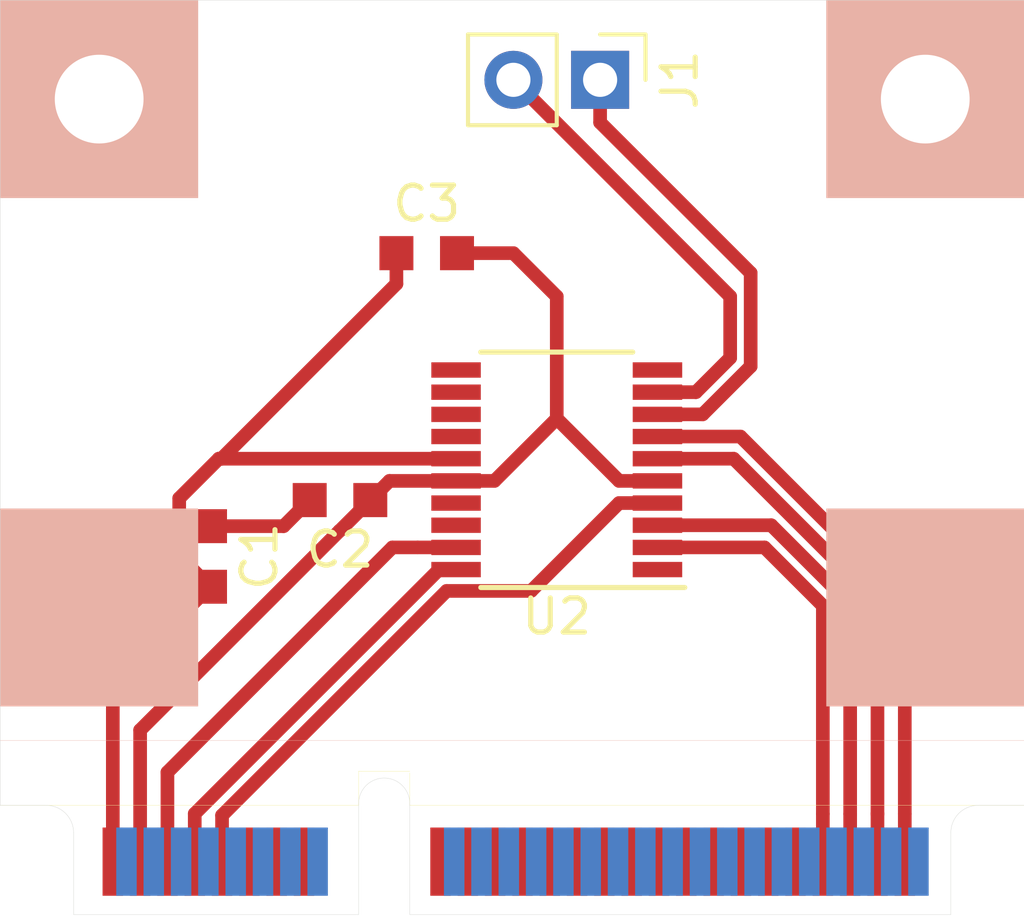
<source format=kicad_pcb>
(kicad_pcb (version 20171130) (host pcbnew "(5.0.0-rc2-dev-616-g2f5fdcf32)")

  (general
    (thickness 1.6)
    (drawings 0)
    (tracks 63)
    (zones 0)
    (modules 6)
    (nets 64)
  )

  (page A4)
  (layers
    (0 F.Cu signal)
    (31 B.Cu signal)
    (32 B.Adhes user)
    (33 F.Adhes user)
    (34 B.Paste user)
    (35 F.Paste user)
    (36 B.SilkS user)
    (37 F.SilkS user)
    (38 B.Mask user)
    (39 F.Mask user)
    (40 Dwgs.User user)
    (41 Cmts.User user)
    (42 Eco1.User user)
    (43 Eco2.User user)
    (44 Edge.Cuts user)
    (45 Margin user)
    (46 B.CrtYd user)
    (47 F.CrtYd user)
    (48 B.Fab user)
    (49 F.Fab user)
  )

  (setup
    (last_trace_width 0.4)
    (trace_clearance 0.2)
    (zone_clearance 0.508)
    (zone_45_only no)
    (trace_min 0.2)
    (segment_width 0.2)
    (edge_width 0.15)
    (via_size 1.8)
    (via_drill 0.55)
    (via_min_size 0.4)
    (via_min_drill 0.3)
    (uvia_size 0.3)
    (uvia_drill 0.1)
    (uvias_allowed no)
    (uvia_min_size 0.2)
    (uvia_min_drill 0.1)
    (pcb_text_width 0.3)
    (pcb_text_size 1.5 1.5)
    (mod_edge_width 0.15)
    (mod_text_size 1 1)
    (mod_text_width 0.15)
    (pad_size 1.524 1.524)
    (pad_drill 0.762)
    (pad_to_mask_clearance 0.2)
    (aux_axis_origin 0 0)
    (visible_elements FFFFFF7F)
    (pcbplotparams
      (layerselection 0x010fc_ffffffff)
      (usegerberextensions false)
      (usegerberattributes false)
      (usegerberadvancedattributes false)
      (creategerberjobfile false)
      (excludeedgelayer true)
      (linewidth 0.100000)
      (plotframeref false)
      (viasonmask false)
      (mode 1)
      (useauxorigin false)
      (hpglpennumber 1)
      (hpglpenspeed 20)
      (hpglpendiameter 15)
      (psnegative false)
      (psa4output false)
      (plotreference true)
      (plotvalue true)
      (plotinvisibletext false)
      (padsonsilk false)
      (subtractmaskfromsilk false)
      (outputformat 1)
      (mirror false)
      (drillshape 1)
      (scaleselection 1)
      (outputdirectory ""))
  )

  (net 0 "")
  (net 1 VDD)
  (net 2 GND)
  (net 3 "Net-(U1-Pad5)")
  (net 4 "Net-(U1-Pad6)")
  (net 5 "Net-(U1-Pad7)")
  (net 6 "Net-(U1-Pad8)")
  (net 7 "Net-(U1-Pad9)")
  (net 8 "Net-(U1-Pad10)")
  (net 9 "Net-(U1-Pad11)")
  (net 10 "Net-(U1-Pad12)")
  (net 11 "Net-(U1-Pad13)")
  (net 12 "Net-(U1-Pad14)")
  (net 13 "Net-(U1-Pad15)")
  (net 14 "Net-(U1-Pad16)")
  (net 15 "Net-(U1-Pad17)")
  (net 16 "Net-(U1-Pad18)")
  (net 17 "Net-(U1-Pad19)")
  (net 18 "Net-(U1-Pad20)")
  (net 19 "Net-(U1-Pad21)")
  (net 20 "Net-(U1-Pad22)")
  (net 21 "Net-(U1-Pad23)")
  (net 22 "Net-(U1-Pad24)")
  (net 23 "Net-(U1-Pad25)")
  (net 24 "Net-(U1-Pad26)")
  (net 25 "Net-(U1-Pad27)")
  (net 26 "Net-(U1-Pad28)")
  (net 27 "Net-(U1-Pad29)")
  (net 28 "Net-(U1-Pad30)")
  (net 29 "Net-(U1-Pad31)")
  (net 30 "Net-(U1-Pad32)")
  (net 31 "Net-(U1-Pad33)")
  (net 32 "Net-(U1-Pad34)")
  (net 33 "Net-(U1-Pad35)")
  (net 34 "Net-(U1-Pad36)")
  (net 35 "Net-(U1-Pad37)")
  (net 36 "Net-(U1-Pad38)")
  (net 37 "Net-(U1-Pad39)")
  (net 38 "Net-(U1-Pad40)")
  (net 39 "Net-(U1-Pad41)")
  (net 40 "Net-(U1-Pad42)")
  (net 41 "Net-(U1-Pad43)")
  (net 42 "Net-(U1-Pad44)")
  (net 43 "Net-(U1-Pad45)")
  (net 44 "Net-(U1-Pad46)")
  (net 45 "Net-(U1-Pad47)")
  (net 46 "Net-(U1-Pad48)")
  (net 47 "Net-(U1-Pad49)")
  (net 48 "Net-(U1-Pad50)")
  (net 49 "Net-(U1-Pad51)")
  (net 50 "Net-(U1-Pad52)")
  (net 51 "Net-(U2-Pad1)")
  (net 52 "Net-(J1-Pad1)")
  (net 53 "Net-(J1-Pad2)")
  (net 54 "Net-(U2-Pad10)")
  (net 55 "Net-(U2-Pad11)")
  (net 56 "Net-(U2-Pad12)")
  (net 57 "Net-(U2-Pad13)")
  (net 58 "Net-(U2-Pad14)")
  (net 59 "Net-(U2-Pad17)")
  (net 60 "Net-(U2-Pad18)")
  (net 61 "Net-(C1-Pad1)")
  (net 62 "Net-(U1-Pad2)")
  (net 63 "Net-(U1-Pad4)")

  (net_class Default "This is the default net class."
    (clearance 0.2)
    (trace_width 0.4)
    (via_dia 1.8)
    (via_drill 0.55)
    (uvia_dia 0.3)
    (uvia_drill 0.1)
    (add_net GND)
    (add_net "Net-(C1-Pad1)")
    (add_net "Net-(J1-Pad1)")
    (add_net "Net-(J1-Pad2)")
    (add_net "Net-(U1-Pad10)")
    (add_net "Net-(U1-Pad11)")
    (add_net "Net-(U1-Pad12)")
    (add_net "Net-(U1-Pad13)")
    (add_net "Net-(U1-Pad14)")
    (add_net "Net-(U1-Pad15)")
    (add_net "Net-(U1-Pad16)")
    (add_net "Net-(U1-Pad17)")
    (add_net "Net-(U1-Pad18)")
    (add_net "Net-(U1-Pad19)")
    (add_net "Net-(U1-Pad2)")
    (add_net "Net-(U1-Pad20)")
    (add_net "Net-(U1-Pad21)")
    (add_net "Net-(U1-Pad22)")
    (add_net "Net-(U1-Pad23)")
    (add_net "Net-(U1-Pad24)")
    (add_net "Net-(U1-Pad25)")
    (add_net "Net-(U1-Pad26)")
    (add_net "Net-(U1-Pad27)")
    (add_net "Net-(U1-Pad28)")
    (add_net "Net-(U1-Pad29)")
    (add_net "Net-(U1-Pad30)")
    (add_net "Net-(U1-Pad31)")
    (add_net "Net-(U1-Pad32)")
    (add_net "Net-(U1-Pad33)")
    (add_net "Net-(U1-Pad34)")
    (add_net "Net-(U1-Pad35)")
    (add_net "Net-(U1-Pad36)")
    (add_net "Net-(U1-Pad37)")
    (add_net "Net-(U1-Pad38)")
    (add_net "Net-(U1-Pad39)")
    (add_net "Net-(U1-Pad4)")
    (add_net "Net-(U1-Pad40)")
    (add_net "Net-(U1-Pad41)")
    (add_net "Net-(U1-Pad42)")
    (add_net "Net-(U1-Pad43)")
    (add_net "Net-(U1-Pad44)")
    (add_net "Net-(U1-Pad45)")
    (add_net "Net-(U1-Pad46)")
    (add_net "Net-(U1-Pad47)")
    (add_net "Net-(U1-Pad48)")
    (add_net "Net-(U1-Pad49)")
    (add_net "Net-(U1-Pad5)")
    (add_net "Net-(U1-Pad50)")
    (add_net "Net-(U1-Pad51)")
    (add_net "Net-(U1-Pad52)")
    (add_net "Net-(U1-Pad6)")
    (add_net "Net-(U1-Pad7)")
    (add_net "Net-(U1-Pad8)")
    (add_net "Net-(U1-Pad9)")
    (add_net "Net-(U2-Pad1)")
    (add_net "Net-(U2-Pad10)")
    (add_net "Net-(U2-Pad11)")
    (add_net "Net-(U2-Pad12)")
    (add_net "Net-(U2-Pad13)")
    (add_net "Net-(U2-Pad14)")
    (add_net "Net-(U2-Pad17)")
    (add_net "Net-(U2-Pad18)")
    (add_net VDD)
  )

  (module Connector_PinHeader_2.54mm:PinHeader_1x02_P2.54mm_Vertical (layer F.Cu) (tedit 59FED5CC) (tstamp 5AF59A91)
    (at 133.35 83.82 270)
    (descr "Through hole straight pin header, 1x02, 2.54mm pitch, single row")
    (tags "Through hole pin header THT 1x02 2.54mm single row")
    (path /5AF1CC4F)
    (fp_text reference J1 (at 0 -2.33 270) (layer F.SilkS)
      (effects (font (size 1 1) (thickness 0.15)))
    )
    (fp_text value UART (at 0 4.87 270) (layer F.Fab)
      (effects (font (size 1 1) (thickness 0.15)))
    )
    (fp_line (start -0.635 -1.27) (end 1.27 -1.27) (layer F.Fab) (width 0.1))
    (fp_line (start 1.27 -1.27) (end 1.27 3.81) (layer F.Fab) (width 0.1))
    (fp_line (start 1.27 3.81) (end -1.27 3.81) (layer F.Fab) (width 0.1))
    (fp_line (start -1.27 3.81) (end -1.27 -0.635) (layer F.Fab) (width 0.1))
    (fp_line (start -1.27 -0.635) (end -0.635 -1.27) (layer F.Fab) (width 0.1))
    (fp_line (start -1.33 3.87) (end 1.33 3.87) (layer F.SilkS) (width 0.12))
    (fp_line (start -1.33 1.27) (end -1.33 3.87) (layer F.SilkS) (width 0.12))
    (fp_line (start 1.33 1.27) (end 1.33 3.87) (layer F.SilkS) (width 0.12))
    (fp_line (start -1.33 1.27) (end 1.33 1.27) (layer F.SilkS) (width 0.12))
    (fp_line (start -1.33 0) (end -1.33 -1.33) (layer F.SilkS) (width 0.12))
    (fp_line (start -1.33 -1.33) (end 0 -1.33) (layer F.SilkS) (width 0.12))
    (fp_line (start -1.8 -1.8) (end -1.8 4.35) (layer F.CrtYd) (width 0.05))
    (fp_line (start -1.8 4.35) (end 1.8 4.35) (layer F.CrtYd) (width 0.05))
    (fp_line (start 1.8 4.35) (end 1.8 -1.8) (layer F.CrtYd) (width 0.05))
    (fp_line (start 1.8 -1.8) (end -1.8 -1.8) (layer F.CrtYd) (width 0.05))
    (fp_text user %R (at 0 1.27) (layer F.Fab)
      (effects (font (size 1 1) (thickness 0.15)))
    )
    (pad 1 thru_hole rect (at 0 0 270) (size 1.7 1.7) (drill 1) (layers *.Cu *.Mask)
      (net 52 "Net-(J1-Pad1)"))
    (pad 2 thru_hole oval (at 0 2.54 270) (size 1.7 1.7) (drill 1) (layers *.Cu *.Mask)
      (net 53 "Net-(J1-Pad2)"))
    (model ${KISYS3DMOD}/Connector_PinHeader_2.54mm.3dshapes/PinHeader_1x02_P2.54mm_Vertical.wrl
      (at (xyz 0 0 0))
      (scale (xyz 1 1 1))
      (rotate (xyz 0 0 0))
    )
  )

  (module Capacitor_SMD:C_0603_1608Metric_Pad0.99x1.00mm_HandSolder (layer F.Cu) (tedit 5AC5DB74) (tstamp 5AF59ABE)
    (at 128.27 88.9)
    (descr "Capacitor SMD 0603 (1608 Metric), square (rectangular) end terminal, IPC_7351 nominal with elongated pad for handsoldering. (Body size source: http://www.tortai-tech.com/upload/download/2011102023233369053.pdf), generated with kicad-footprint-generator")
    (tags "capacitor handsolder")
    (path /5AF03E07)
    (attr smd)
    (fp_text reference C3 (at 0 -1.45) (layer F.SilkS)
      (effects (font (size 1 1) (thickness 0.15)))
    )
    (fp_text value 10nF (at 0 1.45) (layer F.Fab)
      (effects (font (size 1 1) (thickness 0.15)))
    )
    (fp_line (start -0.8 0.4) (end -0.8 -0.4) (layer F.Fab) (width 0.1))
    (fp_line (start -0.8 -0.4) (end 0.8 -0.4) (layer F.Fab) (width 0.1))
    (fp_line (start 0.8 -0.4) (end 0.8 0.4) (layer F.Fab) (width 0.1))
    (fp_line (start 0.8 0.4) (end -0.8 0.4) (layer F.Fab) (width 0.1))
    (fp_line (start -1.64 0.75) (end -1.64 -0.75) (layer F.CrtYd) (width 0.05))
    (fp_line (start -1.64 -0.75) (end 1.64 -0.75) (layer F.CrtYd) (width 0.05))
    (fp_line (start 1.64 -0.75) (end 1.64 0.75) (layer F.CrtYd) (width 0.05))
    (fp_line (start 1.64 0.75) (end -1.64 0.75) (layer F.CrtYd) (width 0.05))
    (fp_text user %R (at 0 0) (layer F.Fab)
      (effects (font (size 0.4 0.4) (thickness 0.06)))
    )
    (pad 1 smd rect (at -0.8875 0) (size 0.995 1) (layers F.Cu F.Paste F.Mask)
      (net 2 GND))
    (pad 2 smd rect (at 0.8875 0) (size 0.995 1) (layers F.Cu F.Paste F.Mask)
      (net 1 VDD))
    (model ${KISYS3DMOD}/Capacitor_SMD.3dshapes/C_0603_1608Metric.wrl
      (at (xyz 0 0 0))
      (scale (xyz 1 1 1))
      (rotate (xyz 0 0 0))
    )
  )

  (module Capacitor_SMD:C_0603_1608Metric_Pad0.99x1.00mm_HandSolder (layer F.Cu) (tedit 5AC5DB74) (tstamp 5AF59AAF)
    (at 125.73 96.1375 180)
    (descr "Capacitor SMD 0603 (1608 Metric), square (rectangular) end terminal, IPC_7351 nominal with elongated pad for handsoldering. (Body size source: http://www.tortai-tech.com/upload/download/2011102023233369053.pdf), generated with kicad-footprint-generator")
    (tags "capacitor handsolder")
    (path /5AF03B4F)
    (attr smd)
    (fp_text reference C2 (at 0 -1.45 180) (layer F.SilkS)
      (effects (font (size 1 1) (thickness 0.15)))
    )
    (fp_text value 100nF (at 0 1.45 180) (layer F.Fab)
      (effects (font (size 1 1) (thickness 0.15)))
    )
    (fp_text user %R (at 0 0 180) (layer F.Fab)
      (effects (font (size 0.4 0.4) (thickness 0.06)))
    )
    (fp_line (start 1.64 0.75) (end -1.64 0.75) (layer F.CrtYd) (width 0.05))
    (fp_line (start 1.64 -0.75) (end 1.64 0.75) (layer F.CrtYd) (width 0.05))
    (fp_line (start -1.64 -0.75) (end 1.64 -0.75) (layer F.CrtYd) (width 0.05))
    (fp_line (start -1.64 0.75) (end -1.64 -0.75) (layer F.CrtYd) (width 0.05))
    (fp_line (start 0.8 0.4) (end -0.8 0.4) (layer F.Fab) (width 0.1))
    (fp_line (start 0.8 -0.4) (end 0.8 0.4) (layer F.Fab) (width 0.1))
    (fp_line (start -0.8 -0.4) (end 0.8 -0.4) (layer F.Fab) (width 0.1))
    (fp_line (start -0.8 0.4) (end -0.8 -0.4) (layer F.Fab) (width 0.1))
    (pad 2 smd rect (at 0.8875 0 180) (size 0.995 1) (layers F.Cu F.Paste F.Mask)
      (net 61 "Net-(C1-Pad1)"))
    (pad 1 smd rect (at -0.8875 0 180) (size 0.995 1) (layers F.Cu F.Paste F.Mask)
      (net 1 VDD))
    (model ${KISYS3DMOD}/Capacitor_SMD.3dshapes/C_0603_1608Metric.wrl
      (at (xyz 0 0 0))
      (scale (xyz 1 1 1))
      (rotate (xyz 0 0 0))
    )
  )

  (module Capacitor_SMD:C_0603_1608Metric_Pad0.99x1.00mm_HandSolder (layer F.Cu) (tedit 5AC5DB74) (tstamp 5AF6C99F)
    (at 121.92 97.79 270)
    (descr "Capacitor SMD 0603 (1608 Metric), square (rectangular) end terminal, IPC_7351 nominal with elongated pad for handsoldering. (Body size source: http://www.tortai-tech.com/upload/download/2011102023233369053.pdf), generated with kicad-footprint-generator")
    (tags "capacitor handsolder")
    (path /5AF03BE4)
    (attr smd)
    (fp_text reference C1 (at 0 -1.45 270) (layer F.SilkS)
      (effects (font (size 1 1) (thickness 0.15)))
    )
    (fp_text value 100nF (at 0 1.45 270) (layer F.Fab)
      (effects (font (size 1 1) (thickness 0.15)))
    )
    (fp_line (start -0.8 0.4) (end -0.8 -0.4) (layer F.Fab) (width 0.1))
    (fp_line (start -0.8 -0.4) (end 0.8 -0.4) (layer F.Fab) (width 0.1))
    (fp_line (start 0.8 -0.4) (end 0.8 0.4) (layer F.Fab) (width 0.1))
    (fp_line (start 0.8 0.4) (end -0.8 0.4) (layer F.Fab) (width 0.1))
    (fp_line (start -1.64 0.75) (end -1.64 -0.75) (layer F.CrtYd) (width 0.05))
    (fp_line (start -1.64 -0.75) (end 1.64 -0.75) (layer F.CrtYd) (width 0.05))
    (fp_line (start 1.64 -0.75) (end 1.64 0.75) (layer F.CrtYd) (width 0.05))
    (fp_line (start 1.64 0.75) (end -1.64 0.75) (layer F.CrtYd) (width 0.05))
    (fp_text user %R (at 0 0 270) (layer F.Fab)
      (effects (font (size 0.4 0.4) (thickness 0.06)))
    )
    (pad 1 smd rect (at -0.8875 0 270) (size 0.995 1) (layers F.Cu F.Paste F.Mask)
      (net 61 "Net-(C1-Pad1)"))
    (pad 2 smd rect (at 0.8875 0 270) (size 0.995 1) (layers F.Cu F.Paste F.Mask)
      (net 2 GND))
    (model ${KISYS3DMOD}/Capacitor_SMD.3dshapes/C_0603_1608Metric.wrl
      (at (xyz 0 0 0))
      (scale (xyz 1 1 1))
      (rotate (xyz 0 0 0))
    )
  )

  (module Package_SO:TSSOP-20_4.4x6.5mm_P0.65mm (layer F.Cu) (tedit 5A02F25C) (tstamp 5AF59A7B)
    (at 132.08 95.25 180)
    (descr "20-Lead Plastic Thin Shrink Small Outline (ST)-4.4 mm Body [TSSOP] (see Microchip Packaging Specification 00000049BS.pdf)")
    (tags "SSOP 0.65")
    (path /5AF03934)
    (attr smd)
    (fp_text reference U2 (at 0 -4.3 180) (layer F.SilkS)
      (effects (font (size 1 1) (thickness 0.15)))
    )
    (fp_text value STM32F030F4Px (at 0 4.3 180) (layer F.Fab)
      (effects (font (size 1 1) (thickness 0.15)))
    )
    (fp_line (start -1.2 -3.25) (end 2.2 -3.25) (layer F.Fab) (width 0.15))
    (fp_line (start 2.2 -3.25) (end 2.2 3.25) (layer F.Fab) (width 0.15))
    (fp_line (start 2.2 3.25) (end -2.2 3.25) (layer F.Fab) (width 0.15))
    (fp_line (start -2.2 3.25) (end -2.2 -2.25) (layer F.Fab) (width 0.15))
    (fp_line (start -2.2 -2.25) (end -1.2 -3.25) (layer F.Fab) (width 0.15))
    (fp_line (start -3.95 -3.55) (end -3.95 3.55) (layer F.CrtYd) (width 0.05))
    (fp_line (start 3.95 -3.55) (end 3.95 3.55) (layer F.CrtYd) (width 0.05))
    (fp_line (start -3.95 -3.55) (end 3.95 -3.55) (layer F.CrtYd) (width 0.05))
    (fp_line (start -3.95 3.55) (end 3.95 3.55) (layer F.CrtYd) (width 0.05))
    (fp_line (start -2.225 3.45) (end 2.225 3.45) (layer F.SilkS) (width 0.15))
    (fp_line (start -3.75 -3.45) (end 2.225 -3.45) (layer F.SilkS) (width 0.15))
    (fp_text user %R (at 0 0 180) (layer F.Fab)
      (effects (font (size 0.8 0.8) (thickness 0.15)))
    )
    (pad 1 smd rect (at -2.95 -2.925 180) (size 1.45 0.45) (layers F.Cu F.Paste F.Mask)
      (net 51 "Net-(U2-Pad1)"))
    (pad 2 smd rect (at -2.95 -2.275 180) (size 1.45 0.45) (layers F.Cu F.Paste F.Mask)
      (net 43 "Net-(U1-Pad45)"))
    (pad 3 smd rect (at -2.95 -1.625 180) (size 1.45 0.45) (layers F.Cu F.Paste F.Mask)
      (net 45 "Net-(U1-Pad47)"))
    (pad 4 smd rect (at -2.95 -0.975 180) (size 1.45 0.45) (layers F.Cu F.Paste F.Mask)
      (net 7 "Net-(U1-Pad9)"))
    (pad 5 smd rect (at -2.95 -0.325 180) (size 1.45 0.45) (layers F.Cu F.Paste F.Mask)
      (net 1 VDD))
    (pad 6 smd rect (at -2.95 0.325 180) (size 1.45 0.45) (layers F.Cu F.Paste F.Mask)
      (net 47 "Net-(U1-Pad49)"))
    (pad 7 smd rect (at -2.95 0.975 180) (size 1.45 0.45) (layers F.Cu F.Paste F.Mask)
      (net 49 "Net-(U1-Pad51)"))
    (pad 8 smd rect (at -2.95 1.625 180) (size 1.45 0.45) (layers F.Cu F.Paste F.Mask)
      (net 52 "Net-(J1-Pad1)"))
    (pad 9 smd rect (at -2.95 2.275 180) (size 1.45 0.45) (layers F.Cu F.Paste F.Mask)
      (net 53 "Net-(J1-Pad2)"))
    (pad 10 smd rect (at -2.95 2.925 180) (size 1.45 0.45) (layers F.Cu F.Paste F.Mask)
      (net 54 "Net-(U2-Pad10)"))
    (pad 11 smd rect (at 2.95 2.925 180) (size 1.45 0.45) (layers F.Cu F.Paste F.Mask)
      (net 55 "Net-(U2-Pad11)"))
    (pad 12 smd rect (at 2.95 2.275 180) (size 1.45 0.45) (layers F.Cu F.Paste F.Mask)
      (net 56 "Net-(U2-Pad12)"))
    (pad 13 smd rect (at 2.95 1.625 180) (size 1.45 0.45) (layers F.Cu F.Paste F.Mask)
      (net 57 "Net-(U2-Pad13)"))
    (pad 14 smd rect (at 2.95 0.975 180) (size 1.45 0.45) (layers F.Cu F.Paste F.Mask)
      (net 58 "Net-(U2-Pad14)"))
    (pad 15 smd rect (at 2.95 0.325 180) (size 1.45 0.45) (layers F.Cu F.Paste F.Mask)
      (net 2 GND))
    (pad 16 smd rect (at 2.95 -0.325 180) (size 1.45 0.45) (layers F.Cu F.Paste F.Mask)
      (net 1 VDD))
    (pad 17 smd rect (at 2.95 -0.975 180) (size 1.45 0.45) (layers F.Cu F.Paste F.Mask)
      (net 59 "Net-(U2-Pad17)"))
    (pad 18 smd rect (at 2.95 -1.625 180) (size 1.45 0.45) (layers F.Cu F.Paste F.Mask)
      (net 60 "Net-(U2-Pad18)"))
    (pad 19 smd rect (at 2.95 -2.275 180) (size 1.45 0.45) (layers F.Cu F.Paste F.Mask)
      (net 3 "Net-(U1-Pad5)"))
    (pad 20 smd rect (at 2.95 -2.925 180) (size 1.45 0.45) (layers F.Cu F.Paste F.Mask)
      (net 5 "Net-(U1-Pad7)"))
    (model ${KISYS3DMOD}/Package_SO.3dshapes/TSSOP-20_4.4x6.5mm_P0.65mm.wrl
      (at (xyz 0 0 0))
      (scale (xyz 1 1 1))
      (rotate (xyz 0 0 0))
    )
  )

  (module mpcie:mpcie-half-card (layer F.Cu) (tedit 541DA159) (tstamp 5AF59A57)
    (at 130.775001 108.285001)
    (path /5AF06A46)
    (fp_text reference U1 (at 12.15 -15.2 90) (layer F.SilkS) hide
      (effects (font (size 1.524 1.524) (thickness 0.15)))
    )
    (fp_text value PicoNode-Card (at 14.1 -15.25 90) (layer F.SilkS) hide
      (effects (font (size 1.524 1.524) (thickness 0.15)))
    )
    (fp_line (start -15 -5.1) (end 15 -5.1) (layer B.SilkS) (width 0.01))
    (fp_line (start -3 -4.15) (end -3 -3.2) (layer F.SilkS) (width 0.01))
    (fp_line (start -3 -3.2) (end 15 -3.2) (layer F.SilkS) (width 0.01))
    (fp_line (start -4.5 -3.2) (end -4.5 -4.2) (layer F.SilkS) (width 0.01))
    (fp_line (start -4.5 -4.2) (end -3 -4.2) (layer F.SilkS) (width 0.01))
    (fp_line (start 15 -3.2) (end 13.65 -3.2) (layer Edge.Cuts) (width 0.01))
    (fp_arc (start 13.65 -2.4) (end 12.85 -2.4) (angle 90) (layer Edge.Cuts) (width 0.01))
    (fp_line (start -13.65 -3.2) (end -15 -3.2) (layer Edge.Cuts) (width 0.01))
    (fp_arc (start -13.65 -2.4) (end -13.65 -3.2) (angle 90) (layer Edge.Cuts) (width 0.01))
    (fp_line (start -12.85 0) (end -12.85 -2.4) (layer Edge.Cuts) (width 0.01))
    (fp_line (start 12.85 0) (end 12.85 -2.4) (layer Edge.Cuts) (width 0.01))
    (fp_line (start -15 -3.2) (end -4.5 -3.2) (layer F.SilkS) (width 0.01))
    (fp_text user Center (at -0.2 -14.35 90) (layer Eco1.User)
      (effects (font (size 0.25 0.25) (thickness 0.025)))
    )
    (fp_line (start -3 0) (end 12.85 0) (layer Edge.Cuts) (width 0.01))
    (fp_line (start -15 -26.8) (end -15 -3.2) (layer Edge.Cuts) (width 0.01))
    (fp_line (start 15 -26.8) (end -15 -26.8) (layer Edge.Cuts) (width 0.01))
    (fp_line (start 15 -3.2) (end 15 -26.8) (layer Edge.Cuts) (width 0.01))
    (fp_line (start 0 0) (end 0 -26.8) (layer Eco1.User) (width 0.01))
    (fp_line (start -3.75 -4.5) (end -3.75 -0.15) (layer Eco1.User) (width 0.01))
    (fp_arc (start -3.75 -3.25) (end -4.5 -3.25) (angle 180) (layer Edge.Cuts) (width 0.01))
    (fp_line (start -4.5 0) (end -4.5 -3.25) (layer Edge.Cuts) (width 0.01))
    (fp_line (start -3 0) (end -3 -3.25) (layer Edge.Cuts) (width 0.01))
    (fp_line (start -4.5 0) (end -12.85 0) (layer Edge.Cuts) (width 0.01))
    (pad 1 smd rect (at -11.7 -1.55) (size 0.6 2) (layers F.Cu F.Paste F.Mask)
      (net 2 GND))
    (pad 2 smd rect (at -11.3 -1.55) (size 0.6 2) (layers B.Cu B.Paste B.Mask)
      (net 62 "Net-(U1-Pad2)"))
    (pad 3 smd rect (at -10.9 -1.55) (size 0.6 2) (layers F.Cu F.Paste F.Mask)
      (net 1 VDD))
    (pad 4 smd rect (at -10.5 -1.55) (size 0.6 2) (layers B.Cu B.Paste B.Mask)
      (net 63 "Net-(U1-Pad4)"))
    (pad 5 smd rect (at -10.1 -1.55) (size 0.6 2) (layers F.Cu F.Paste F.Mask)
      (net 3 "Net-(U1-Pad5)"))
    (pad 6 smd rect (at -9.7 -1.55) (size 0.6 2) (layers B.Cu B.Paste B.Mask)
      (net 4 "Net-(U1-Pad6)"))
    (pad 7 smd rect (at -9.3 -1.55) (size 0.6 2) (layers F.Cu F.Paste F.Mask)
      (net 5 "Net-(U1-Pad7)"))
    (pad 8 smd rect (at -8.9 -1.55) (size 0.6 2) (layers B.Cu B.Paste B.Mask)
      (net 6 "Net-(U1-Pad8)"))
    (pad 9 smd rect (at -8.5 -1.55) (size 0.6 2) (layers F.Cu F.Paste F.Mask)
      (net 7 "Net-(U1-Pad9)"))
    (pad 10 smd rect (at -8.1 -1.55) (size 0.6 2) (layers B.Cu B.Paste B.Mask)
      (net 8 "Net-(U1-Pad10)"))
    (pad 11 smd rect (at -7.7 -1.55) (size 0.6 2) (layers F.Cu F.Paste F.Mask)
      (net 9 "Net-(U1-Pad11)"))
    (pad 12 smd rect (at -7.3 -1.55) (size 0.6 2) (layers B.Cu B.Paste B.Mask)
      (net 10 "Net-(U1-Pad12)"))
    (pad 13 smd rect (at -6.9 -1.55) (size 0.6 2) (layers F.Cu F.Paste F.Mask)
      (net 11 "Net-(U1-Pad13)"))
    (pad 14 smd rect (at -6.5 -1.55) (size 0.6 2) (layers B.Cu B.Paste B.Mask)
      (net 12 "Net-(U1-Pad14)"))
    (pad 15 smd rect (at -6.1 -1.55) (size 0.6 2) (layers F.Cu F.Paste F.Mask)
      (net 13 "Net-(U1-Pad15)"))
    (pad 16 smd rect (at -5.7 -1.55) (size 0.6 2) (layers B.Cu B.Paste B.Mask)
      (net 14 "Net-(U1-Pad16)"))
    (pad 17 smd rect (at -2.1 -1.55) (size 0.6 2) (layers F.Cu F.Paste F.Mask)
      (net 15 "Net-(U1-Pad17)"))
    (pad 18 smd rect (at -1.7 -1.55) (size 0.6 2) (layers B.Cu B.Paste B.Mask)
      (net 16 "Net-(U1-Pad18)"))
    (pad 19 smd rect (at -1.3 -1.55) (size 0.6 2) (layers F.Cu F.Paste F.Mask)
      (net 17 "Net-(U1-Pad19)"))
    (pad 20 smd rect (at -0.9 -1.55) (size 0.6 2) (layers B.Cu B.Paste B.Mask)
      (net 18 "Net-(U1-Pad20)"))
    (pad 21 smd rect (at -0.5 -1.55) (size 0.6 2) (layers F.Cu F.Paste F.Mask)
      (net 19 "Net-(U1-Pad21)"))
    (pad 22 smd rect (at -0.1 -1.55) (size 0.6 2) (layers B.Cu B.Paste B.Mask)
      (net 20 "Net-(U1-Pad22)"))
    (pad 23 smd rect (at 0.3 -1.55) (size 0.6 2) (layers F.Cu F.Paste F.Mask)
      (net 21 "Net-(U1-Pad23)"))
    (pad 24 smd rect (at 0.7 -1.55) (size 0.6 2) (layers B.Cu B.Paste B.Mask)
      (net 22 "Net-(U1-Pad24)"))
    (pad 25 smd rect (at 1.1 -1.55) (size 0.6 2) (layers F.Cu F.Paste F.Mask)
      (net 23 "Net-(U1-Pad25)"))
    (pad 26 smd rect (at 1.5 -1.55) (size 0.6 2) (layers B.Cu B.Paste B.Mask)
      (net 24 "Net-(U1-Pad26)"))
    (pad 27 smd rect (at 1.9 -1.55) (size 0.6 2) (layers F.Cu F.Paste F.Mask)
      (net 25 "Net-(U1-Pad27)"))
    (pad 28 smd rect (at 2.3 -1.55) (size 0.6 2) (layers B.Cu B.Paste B.Mask)
      (net 26 "Net-(U1-Pad28)"))
    (pad 29 smd rect (at 2.7 -1.55) (size 0.6 2) (layers F.Cu F.Paste F.Mask)
      (net 27 "Net-(U1-Pad29)"))
    (pad 30 smd rect (at 3.1 -1.55) (size 0.6 2) (layers B.Cu B.Paste B.Mask)
      (net 28 "Net-(U1-Pad30)"))
    (pad 31 smd rect (at 3.5 -1.55) (size 0.6 2) (layers F.Cu F.Paste F.Mask)
      (net 29 "Net-(U1-Pad31)"))
    (pad 32 smd rect (at 3.9 -1.55) (size 0.6 2) (layers B.Cu B.Paste B.Mask)
      (net 30 "Net-(U1-Pad32)"))
    (pad 33 smd rect (at 4.3 -1.55) (size 0.6 2) (layers F.Cu F.Paste F.Mask)
      (net 31 "Net-(U1-Pad33)"))
    (pad 34 smd rect (at 4.7 -1.55) (size 0.6 2) (layers B.Cu B.Paste B.Mask)
      (net 32 "Net-(U1-Pad34)"))
    (pad 35 smd rect (at 5.1 -1.55) (size 0.6 2) (layers F.Cu F.Paste F.Mask)
      (net 33 "Net-(U1-Pad35)"))
    (pad 36 smd rect (at 5.5 -1.55) (size 0.6 2) (layers B.Cu B.Paste B.Mask)
      (net 34 "Net-(U1-Pad36)"))
    (pad 37 smd rect (at 5.9 -1.55) (size 0.6 2) (layers F.Cu F.Paste F.Mask)
      (net 35 "Net-(U1-Pad37)"))
    (pad 38 smd rect (at 6.3 -1.55) (size 0.6 2) (layers B.Cu B.Paste B.Mask)
      (net 36 "Net-(U1-Pad38)"))
    (pad 39 smd rect (at 6.7 -1.55) (size 0.6 2) (layers F.Cu F.Paste F.Mask)
      (net 37 "Net-(U1-Pad39)"))
    (pad 40 smd rect (at 7.1 -1.55) (size 0.6 2) (layers B.Cu B.Paste B.Mask)
      (net 38 "Net-(U1-Pad40)"))
    (pad 41 smd rect (at 7.5 -1.55) (size 0.6 2) (layers F.Cu F.Paste F.Mask)
      (net 39 "Net-(U1-Pad41)"))
    (pad 42 smd rect (at 7.9 -1.55) (size 0.6 2) (layers B.Cu B.Paste B.Mask)
      (net 40 "Net-(U1-Pad42)"))
    (pad 43 smd rect (at 8.3 -1.55) (size 0.6 2) (layers F.Cu F.Paste F.Mask)
      (net 41 "Net-(U1-Pad43)"))
    (pad 44 smd rect (at 8.7 -1.55) (size 0.6 2) (layers B.Cu B.Paste B.Mask)
      (net 42 "Net-(U1-Pad44)"))
    (pad 45 smd rect (at 9.1 -1.55) (size 0.6 2) (layers F.Cu F.Paste F.Mask)
      (net 43 "Net-(U1-Pad45)"))
    (pad 46 smd rect (at 9.5 -1.55) (size 0.6 2) (layers B.Cu B.Paste B.Mask)
      (net 44 "Net-(U1-Pad46)"))
    (pad 47 smd rect (at 9.9 -1.55) (size 0.6 2) (layers F.Cu F.Paste F.Mask)
      (net 45 "Net-(U1-Pad47)"))
    (pad 48 smd rect (at 10.3 -1.55) (size 0.6 2) (layers B.Cu B.Paste B.Mask)
      (net 46 "Net-(U1-Pad48)"))
    (pad 49 smd rect (at 10.7 -1.55) (size 0.6 2) (layers F.Cu F.Paste F.Mask)
      (net 47 "Net-(U1-Pad49)"))
    (pad 50 smd rect (at 11.1 -1.55) (size 0.6 2) (layers B.Cu B.Paste B.Mask)
      (net 48 "Net-(U1-Pad50)"))
    (pad 51 smd rect (at 11.5 -1.55) (size 0.6 2) (layers F.Cu F.Paste F.Mask)
      (net 49 "Net-(U1-Pad51)"))
    (pad 52 smd rect (at 11.9 -1.55) (size 0.6 2) (layers B.Cu B.Paste B.Mask)
      (net 50 "Net-(U1-Pad52)"))
    (pad "" connect rect (at 12.1 -23.9) (size 5.8 5.8) (layers B.SilkS))
    (pad "" np_thru_hole circle (at -12.1 -23.9) (size 2.6 2.6) (drill 2.6) (layers *.Cu *.Mask F.SilkS))
    (pad "" connect rect (at 12.1 -9) (size 5.8 5.8) (layers B.SilkS))
    (pad "" connect rect (at -12.1 -9) (size 5.8 5.8) (layers B.SilkS))
    (pad "" connect rect (at -12.1 -23.9) (size 5.8 5.8) (layers B.SilkS))
    (pad "" np_thru_hole circle (at 12.1 -23.9) (size 2.6 2.6) (drill 2.6) (layers *.Cu *.Mask F.SilkS))
  )

  (segment (start 126.6175 96.14) (end 126.6175 96.1375) (width 0.4) (layer F.Cu) (net 1))
  (segment (start 125.72 97.0375) (end 126.6175 96.14) (width 0.4) (layer F.Cu) (net 1))
  (segment (start 125.7175 97.0375) (end 125.72 97.0375) (width 0.4) (layer F.Cu) (net 1))
  (segment (start 119.875001 102.879999) (end 125.7175 97.0375) (width 0.4) (layer F.Cu) (net 1))
  (segment (start 119.875001 106.735001) (end 119.875001 102.879999) (width 0.4) (layer F.Cu) (net 1))
  (segment (start 127.18 95.575) (end 129.13 95.575) (width 0.4) (layer F.Cu) (net 1))
  (segment (start 126.6175 96.1375) (end 127.18 95.575) (width 0.4) (layer F.Cu) (net 1))
  (segment (start 133.905 95.575) (end 132.08 93.75) (width 0.4) (layer F.Cu) (net 1))
  (segment (start 135.03 95.575) (end 133.905 95.575) (width 0.4) (layer F.Cu) (net 1))
  (segment (start 132.08 93.75) (end 132.08 90.17) (width 0.4) (layer F.Cu) (net 1))
  (segment (start 130.81 88.9) (end 129.1575 88.9) (width 0.4) (layer F.Cu) (net 1))
  (segment (start 132.08 90.17) (end 130.81 88.9) (width 0.4) (layer F.Cu) (net 1))
  (segment (start 130.255001 95.574999) (end 132.08 93.75) (width 0.4) (layer F.Cu) (net 1))
  (segment (start 129.13 95.575) (end 130.255001 95.574999) (width 0.4) (layer F.Cu) (net 1))
  (segment (start 121.9175 98.6775) (end 121.92 98.6775) (width 0.4) (layer F.Cu) (net 2))
  (segment (start 119.075001 101.519999) (end 121.9175 98.6775) (width 0.4) (layer F.Cu) (net 2))
  (segment (start 119.075001 106.735001) (end 119.075001 101.519999) (width 0.4) (layer F.Cu) (net 2))
  (segment (start 121.9175 98.6775) (end 121.02 97.78) (width 0.4) (layer F.Cu) (net 2))
  (segment (start 121.02 97.78) (end 121.019999 96.084999) (width 0.4) (layer F.Cu) (net 2))
  (segment (start 127.3825 88.9) (end 127.3825 89.8) (width 0.4) (layer F.Cu) (net 2))
  (segment (start 121.019999 96.084999) (end 122.179998 94.925) (width 0.4) (layer F.Cu) (net 2))
  (segment (start 122.2575 94.925) (end 122.179998 94.925) (width 0.4) (layer F.Cu) (net 2))
  (segment (start 127.3825 89.8) (end 122.2575 94.925) (width 0.4) (layer F.Cu) (net 2))
  (segment (start 122.179998 94.925) (end 129.13 94.925) (width 0.4) (layer F.Cu) (net 2))
  (segment (start 127.265 97.525) (end 128.005 97.525) (width 0.4) (layer F.Cu) (net 3))
  (segment (start 128.005 97.525) (end 129.13 97.525) (width 0.4) (layer F.Cu) (net 3))
  (segment (start 120.675001 106.735001) (end 120.675001 104.114999) (width 0.4) (layer F.Cu) (net 3))
  (segment (start 120.675001 104.114999) (end 127.265 97.525) (width 0.4) (layer F.Cu) (net 3))
  (segment (start 128.63 98.175) (end 129.13 98.175) (width 0.4) (layer F.Cu) (net 5))
  (segment (start 121.475001 105.329999) (end 128.63 98.175) (width 0.4) (layer F.Cu) (net 5))
  (segment (start 121.475001 106.735001) (end 121.475001 105.329999) (width 0.4) (layer F.Cu) (net 5))
  (segment (start 131.329999 98.800001) (end 133.905 96.225) (width 0.4) (layer F.Cu) (net 7))
  (segment (start 122.275001 105.378541) (end 128.853541 98.800001) (width 0.4) (layer F.Cu) (net 7))
  (segment (start 133.905 96.225) (end 135.03 96.225) (width 0.4) (layer F.Cu) (net 7))
  (segment (start 128.853541 98.800001) (end 131.329999 98.800001) (width 0.4) (layer F.Cu) (net 7))
  (segment (start 122.275001 106.735001) (end 122.275001 105.378541) (width 0.4) (layer F.Cu) (net 7))
  (segment (start 139.875001 105.335001) (end 139.875001 106.735001) (width 0.4) (layer F.Cu) (net 43))
  (segment (start 139.875001 99.235001) (end 139.875001 105.335001) (width 0.4) (layer F.Cu) (net 43))
  (segment (start 138.165 97.525) (end 139.875001 99.235001) (width 0.4) (layer F.Cu) (net 43))
  (segment (start 135.03 97.525) (end 138.165 97.525) (width 0.4) (layer F.Cu) (net 43))
  (segment (start 140.675001 99.186458) (end 140.675001 105.335001) (width 0.4) (layer F.Cu) (net 45))
  (segment (start 135.03 96.875) (end 138.363543 96.875) (width 0.4) (layer F.Cu) (net 45))
  (segment (start 138.363543 96.875) (end 140.675001 99.186458) (width 0.4) (layer F.Cu) (net 45))
  (segment (start 140.675001 105.335001) (end 140.675001 106.735001) (width 0.4) (layer F.Cu) (net 45))
  (segment (start 141.475001 105.335001) (end 141.475001 106.735001) (width 0.4) (layer F.Cu) (net 47))
  (segment (start 141.475001 99.137915) (end 141.475001 105.335001) (width 0.4) (layer F.Cu) (net 47))
  (segment (start 137.262086 94.925) (end 141.475001 99.137915) (width 0.4) (layer F.Cu) (net 47))
  (segment (start 135.03 94.925) (end 137.262086 94.925) (width 0.4) (layer F.Cu) (net 47))
  (segment (start 142.275001 105.335001) (end 142.275001 106.735001) (width 0.4) (layer F.Cu) (net 49))
  (segment (start 137.460629 94.275) (end 142.275001 99.089372) (width 0.4) (layer F.Cu) (net 49))
  (segment (start 142.275001 99.089372) (end 142.275001 105.335001) (width 0.4) (layer F.Cu) (net 49))
  (segment (start 135.03 94.275) (end 137.460629 94.275) (width 0.4) (layer F.Cu) (net 49))
  (segment (start 133.35 85.07) (end 133.35 83.82) (width 0.4) (layer F.Cu) (net 52))
  (segment (start 137.76001 89.48001) (end 133.35 85.07) (width 0.4) (layer F.Cu) (net 52))
  (segment (start 137.76001 92.218532) (end 137.76001 89.48001) (width 0.4) (layer F.Cu) (net 52))
  (segment (start 136.353542 93.625) (end 137.76001 92.218532) (width 0.4) (layer F.Cu) (net 52))
  (segment (start 135.03 93.625) (end 136.353542 93.625) (width 0.4) (layer F.Cu) (net 52))
  (segment (start 130.81 83.82) (end 137.16 90.17) (width 0.4) (layer F.Cu) (net 53))
  (segment (start 136.155 92.975) (end 135.03 92.975) (width 0.4) (layer F.Cu) (net 53))
  (segment (start 137.16 91.97) (end 136.155 92.975) (width 0.4) (layer F.Cu) (net 53))
  (segment (start 137.16 90.17) (end 137.16 91.97) (width 0.4) (layer F.Cu) (net 53))
  (segment (start 124.0775 96.9025) (end 124.8425 96.1375) (width 0.4) (layer F.Cu) (net 61))
  (segment (start 121.92 96.9025) (end 124.0775 96.9025) (width 0.4) (layer F.Cu) (net 61))

)

</source>
